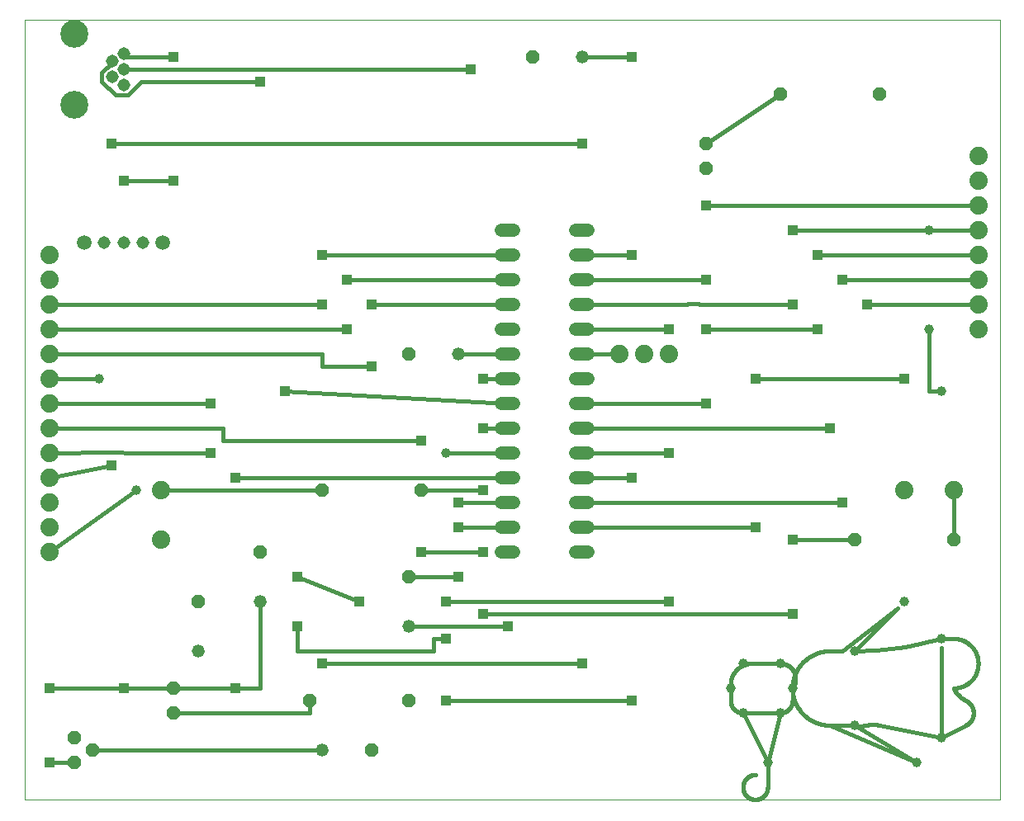
<source format=gtl>
G75*
%MOIN*%
%OFA0B0*%
%FSLAX25Y25*%
%IPPOS*%
%LPD*%
%AMOC8*
5,1,8,0,0,1.08239X$1,22.5*
%
%ADD10C,0.00000*%
%ADD11C,0.05200*%
%ADD12OC8,0.05200*%
%ADD13C,0.05150*%
%ADD14C,0.11220*%
%ADD15C,0.07400*%
%ADD16C,0.05200*%
%ADD17C,0.05937*%
%ADD18R,0.03962X0.03962*%
%ADD19C,0.01600*%
%ADD20C,0.03962*%
D10*
X0001800Y0027394D02*
X0001800Y0342355D01*
X0395501Y0342355D01*
X0395501Y0027394D01*
X0001800Y0027394D01*
D11*
X0071800Y0087394D03*
X0096800Y0107394D03*
X0156800Y0097394D03*
X0121800Y0047394D03*
X0176800Y0207394D03*
X0226800Y0327394D03*
D12*
X0206800Y0327394D03*
X0276800Y0292394D03*
X0276800Y0282394D03*
X0306800Y0312394D03*
X0346800Y0312394D03*
X0161800Y0152394D03*
X0156800Y0117394D03*
X0121800Y0152394D03*
X0096800Y0127394D03*
X0071800Y0107394D03*
X0061800Y0072394D03*
X0061800Y0062394D03*
X0029300Y0047394D03*
X0021800Y0042394D03*
X0021800Y0052394D03*
X0116800Y0067394D03*
X0141800Y0047394D03*
X0156800Y0067394D03*
X0156800Y0207394D03*
X0336800Y0132394D03*
X0376800Y0132394D03*
D13*
X0049674Y0252394D03*
X0041800Y0252394D03*
X0033926Y0252394D03*
X0041879Y0316095D03*
X0037154Y0319245D03*
X0041879Y0322394D03*
X0037154Y0325544D03*
X0041879Y0328693D03*
D14*
X0021800Y0336764D03*
X0021800Y0308024D03*
D15*
X0011800Y0247394D03*
X0011800Y0237394D03*
X0011800Y0227394D03*
X0011800Y0217394D03*
X0011800Y0207394D03*
X0011800Y0197394D03*
X0011800Y0187394D03*
X0011800Y0177394D03*
X0011800Y0167394D03*
X0011800Y0157394D03*
X0011800Y0147394D03*
X0011800Y0137394D03*
X0011800Y0127394D03*
X0056800Y0132394D03*
X0056800Y0152394D03*
X0241800Y0207394D03*
X0251800Y0207394D03*
X0261800Y0207394D03*
X0356800Y0152394D03*
X0376800Y0152394D03*
X0386800Y0217394D03*
X0386800Y0227394D03*
X0386800Y0237394D03*
X0386800Y0247394D03*
X0386800Y0257394D03*
X0386800Y0267394D03*
X0386800Y0277394D03*
X0386800Y0287394D03*
D16*
X0229400Y0257394D02*
X0224200Y0257394D01*
X0224200Y0247394D02*
X0229400Y0247394D01*
X0229400Y0237394D02*
X0224200Y0237394D01*
X0224200Y0227394D02*
X0229400Y0227394D01*
X0229400Y0217394D02*
X0224200Y0217394D01*
X0224200Y0207394D02*
X0229400Y0207394D01*
X0229400Y0197394D02*
X0224200Y0197394D01*
X0224200Y0187394D02*
X0229400Y0187394D01*
X0229400Y0177394D02*
X0224200Y0177394D01*
X0224200Y0167394D02*
X0229400Y0167394D01*
X0229400Y0157394D02*
X0224200Y0157394D01*
X0224200Y0147394D02*
X0229400Y0147394D01*
X0229400Y0137394D02*
X0224200Y0137394D01*
X0224200Y0127394D02*
X0229400Y0127394D01*
X0199400Y0127394D02*
X0194200Y0127394D01*
X0194200Y0137394D02*
X0199400Y0137394D01*
X0199400Y0147394D02*
X0194200Y0147394D01*
X0194200Y0157394D02*
X0199400Y0157394D01*
X0199400Y0167394D02*
X0194200Y0167394D01*
X0194200Y0177394D02*
X0199400Y0177394D01*
X0199400Y0187394D02*
X0194200Y0187394D01*
X0194200Y0197394D02*
X0199400Y0197394D01*
X0199400Y0207394D02*
X0194200Y0207394D01*
X0194200Y0217394D02*
X0199400Y0217394D01*
X0199400Y0227394D02*
X0194200Y0227394D01*
X0194200Y0237394D02*
X0199400Y0237394D01*
X0199400Y0247394D02*
X0194200Y0247394D01*
X0194200Y0257394D02*
X0199400Y0257394D01*
D17*
X0057548Y0252394D03*
X0026052Y0252394D03*
D18*
X0041800Y0277394D03*
X0036800Y0292394D03*
X0061800Y0277394D03*
X0096800Y0317394D03*
X0061800Y0327394D03*
X0121800Y0247394D03*
X0131800Y0237394D03*
X0141800Y0227394D03*
X0131800Y0217394D03*
X0121800Y0227394D03*
X0141800Y0202394D03*
X0161800Y0172394D03*
X0186800Y0177394D03*
X0186800Y0197394D03*
X0186800Y0152394D03*
X0176800Y0147394D03*
X0176800Y0137394D03*
X0186800Y0127394D03*
X0176800Y0117394D03*
X0171800Y0107394D03*
X0186800Y0102394D03*
X0196800Y0097394D03*
X0171800Y0092394D03*
X0171800Y0067394D03*
X0136800Y0107394D03*
X0111800Y0097394D03*
X0121800Y0082394D03*
X0086800Y0072394D03*
X0041800Y0072394D03*
X0011800Y0072394D03*
X0011800Y0042394D03*
X0111800Y0117394D03*
X0086800Y0157394D03*
X0076800Y0167394D03*
X0076800Y0187394D03*
X0106800Y0192394D03*
X0036800Y0162394D03*
X0161800Y0127394D03*
X0226800Y0082394D03*
X0246800Y0067394D03*
X0261800Y0107394D03*
X0296800Y0137394D03*
X0311800Y0132394D03*
X0331800Y0147394D03*
X0326800Y0177394D03*
X0296800Y0197394D03*
X0276800Y0187394D03*
X0261800Y0167394D03*
X0246800Y0157394D03*
X0311800Y0102394D03*
X0356800Y0197394D03*
X0341800Y0227394D03*
X0331800Y0237394D03*
X0321800Y0247394D03*
X0311800Y0257394D03*
X0311800Y0227394D03*
X0321800Y0217394D03*
X0276800Y0217394D03*
X0261800Y0217394D03*
X0276800Y0237394D03*
X0246800Y0247394D03*
X0276800Y0267394D03*
X0226800Y0292394D03*
X0246800Y0327394D03*
X0181800Y0322394D03*
D19*
X0041879Y0322394D01*
X0037154Y0325149D02*
X0032980Y0320974D01*
X0032980Y0317515D01*
X0038575Y0311920D01*
X0043608Y0311920D01*
X0049082Y0317394D01*
X0096800Y0317394D01*
X0061800Y0327394D02*
X0041879Y0327394D01*
X0041879Y0328693D01*
X0037154Y0325544D02*
X0037154Y0325149D01*
X0036800Y0292394D02*
X0226800Y0292394D01*
X0226800Y0327394D02*
X0246800Y0327394D01*
X0276800Y0292394D02*
X0306800Y0312394D01*
X0276800Y0267394D02*
X0386800Y0267394D01*
X0386800Y0257394D02*
X0366800Y0257394D01*
X0311800Y0257394D01*
X0321800Y0247394D02*
X0386800Y0247394D01*
X0386800Y0237394D02*
X0331800Y0237394D01*
X0341800Y0227394D02*
X0386800Y0227394D01*
X0366800Y0217394D02*
X0366800Y0192394D01*
X0371800Y0192394D01*
X0356800Y0197394D02*
X0296800Y0197394D01*
X0276800Y0187394D02*
X0226800Y0187394D01*
X0226800Y0177394D02*
X0326800Y0177394D01*
X0331800Y0147394D02*
X0226800Y0147394D01*
X0226800Y0137394D02*
X0296800Y0137394D01*
X0311800Y0132394D02*
X0336800Y0132394D01*
X0354268Y0104862D02*
X0331800Y0087394D01*
X0326800Y0087394D01*
X0336800Y0087394D02*
X0354268Y0104862D01*
X0371800Y0092394D02*
X0376800Y0092394D01*
X0371800Y0088813D02*
X0371800Y0052394D01*
X0381800Y0057394D01*
X0381932Y0057463D01*
X0382063Y0057535D01*
X0382192Y0057610D01*
X0382318Y0057689D01*
X0382443Y0057771D01*
X0382565Y0057857D01*
X0382685Y0057945D01*
X0382802Y0058037D01*
X0382917Y0058132D01*
X0383030Y0058230D01*
X0383139Y0058331D01*
X0383246Y0058435D01*
X0383351Y0058542D01*
X0383452Y0058651D01*
X0383550Y0058763D01*
X0383646Y0058878D01*
X0383738Y0058995D01*
X0383827Y0059115D01*
X0383913Y0059236D01*
X0383995Y0059361D01*
X0384075Y0059487D01*
X0384150Y0059615D01*
X0384223Y0059746D01*
X0384292Y0059878D01*
X0384357Y0060012D01*
X0384419Y0060148D01*
X0384477Y0060285D01*
X0384531Y0060424D01*
X0384582Y0060564D01*
X0384629Y0060706D01*
X0384672Y0060849D01*
X0384711Y0060992D01*
X0384747Y0061137D01*
X0384778Y0061283D01*
X0384806Y0061429D01*
X0384830Y0061577D01*
X0384850Y0061725D01*
X0384866Y0061873D01*
X0384878Y0062021D01*
X0384886Y0062170D01*
X0384890Y0062319D01*
X0384890Y0062469D01*
X0384886Y0062618D01*
X0384878Y0062767D01*
X0384866Y0062915D01*
X0384850Y0063063D01*
X0384830Y0063211D01*
X0384806Y0063359D01*
X0384778Y0063505D01*
X0384747Y0063651D01*
X0384711Y0063796D01*
X0384672Y0063939D01*
X0384629Y0064082D01*
X0384582Y0064224D01*
X0384531Y0064364D01*
X0384477Y0064503D01*
X0384419Y0064640D01*
X0384357Y0064776D01*
X0384292Y0064910D01*
X0384223Y0065042D01*
X0384150Y0065173D01*
X0384075Y0065301D01*
X0383995Y0065427D01*
X0383913Y0065552D01*
X0383827Y0065673D01*
X0383738Y0065793D01*
X0383646Y0065910D01*
X0383550Y0066025D01*
X0383452Y0066137D01*
X0383351Y0066246D01*
X0383246Y0066353D01*
X0383139Y0066457D01*
X0383030Y0066558D01*
X0382917Y0066656D01*
X0382802Y0066751D01*
X0382685Y0066843D01*
X0382565Y0066931D01*
X0382443Y0067017D01*
X0382318Y0067099D01*
X0382192Y0067178D01*
X0382063Y0067253D01*
X0381932Y0067325D01*
X0381800Y0067394D01*
X0381563Y0067516D01*
X0381329Y0067644D01*
X0381099Y0067777D01*
X0380871Y0067916D01*
X0380647Y0068060D01*
X0380426Y0068209D01*
X0380209Y0068363D01*
X0379996Y0068523D01*
X0379786Y0068688D01*
X0379581Y0068857D01*
X0379379Y0069032D01*
X0379182Y0069211D01*
X0378989Y0069395D01*
X0378801Y0069583D01*
X0378617Y0069776D01*
X0378438Y0069973D01*
X0378263Y0070175D01*
X0378094Y0070380D01*
X0377929Y0070590D01*
X0377769Y0070803D01*
X0377615Y0071020D01*
X0377466Y0071241D01*
X0377322Y0071465D01*
X0377183Y0071693D01*
X0377050Y0071923D01*
X0376922Y0072157D01*
X0376800Y0072394D01*
X0377044Y0072397D01*
X0377287Y0072406D01*
X0377530Y0072421D01*
X0377773Y0072441D01*
X0378015Y0072468D01*
X0378256Y0072501D01*
X0378496Y0072539D01*
X0378736Y0072583D01*
X0378974Y0072633D01*
X0379211Y0072689D01*
X0379447Y0072751D01*
X0379681Y0072818D01*
X0379913Y0072891D01*
X0380144Y0072970D01*
X0380372Y0073054D01*
X0380599Y0073144D01*
X0380823Y0073239D01*
X0381045Y0073340D01*
X0381264Y0073446D01*
X0381480Y0073557D01*
X0381694Y0073674D01*
X0381905Y0073795D01*
X0382113Y0073922D01*
X0382318Y0074054D01*
X0382519Y0074191D01*
X0382717Y0074333D01*
X0382912Y0074479D01*
X0383103Y0074630D01*
X0383290Y0074786D01*
X0383473Y0074946D01*
X0383653Y0075111D01*
X0383828Y0075280D01*
X0383999Y0075453D01*
X0384166Y0075631D01*
X0384328Y0075812D01*
X0384486Y0075997D01*
X0384640Y0076186D01*
X0384789Y0076379D01*
X0384933Y0076575D01*
X0385072Y0076775D01*
X0385207Y0076978D01*
X0385336Y0077185D01*
X0385460Y0077394D01*
X0385579Y0077606D01*
X0385693Y0077822D01*
X0385802Y0078039D01*
X0385905Y0078260D01*
X0386003Y0078483D01*
X0386096Y0078708D01*
X0386183Y0078936D01*
X0386264Y0079165D01*
X0386340Y0079397D01*
X0386410Y0079630D01*
X0386475Y0079865D01*
X0386534Y0080101D01*
X0386587Y0080339D01*
X0386634Y0080578D01*
X0386675Y0080818D01*
X0386710Y0081059D01*
X0386740Y0081300D01*
X0386764Y0081543D01*
X0386781Y0081786D01*
X0386793Y0082029D01*
X0386799Y0082272D01*
X0386799Y0082516D01*
X0386793Y0082759D01*
X0386781Y0083002D01*
X0386764Y0083245D01*
X0386740Y0083488D01*
X0386710Y0083729D01*
X0386675Y0083970D01*
X0386634Y0084210D01*
X0386587Y0084449D01*
X0386534Y0084687D01*
X0386475Y0084923D01*
X0386410Y0085158D01*
X0386340Y0085391D01*
X0386264Y0085623D01*
X0386183Y0085852D01*
X0386096Y0086080D01*
X0386003Y0086305D01*
X0385905Y0086528D01*
X0385802Y0086749D01*
X0385693Y0086966D01*
X0385579Y0087182D01*
X0385460Y0087394D01*
X0385336Y0087603D01*
X0385207Y0087810D01*
X0385072Y0088013D01*
X0384933Y0088213D01*
X0384789Y0088409D01*
X0384640Y0088602D01*
X0384486Y0088791D01*
X0384328Y0088976D01*
X0384166Y0089157D01*
X0383999Y0089335D01*
X0383828Y0089508D01*
X0383653Y0089677D01*
X0383473Y0089842D01*
X0383290Y0090002D01*
X0383103Y0090158D01*
X0382912Y0090309D01*
X0382717Y0090455D01*
X0382519Y0090597D01*
X0382318Y0090734D01*
X0382113Y0090866D01*
X0381905Y0090993D01*
X0381694Y0091114D01*
X0381480Y0091231D01*
X0381264Y0091342D01*
X0381045Y0091448D01*
X0380823Y0091549D01*
X0380599Y0091644D01*
X0380372Y0091734D01*
X0380144Y0091818D01*
X0379913Y0091897D01*
X0379681Y0091970D01*
X0379447Y0092037D01*
X0379211Y0092099D01*
X0378974Y0092155D01*
X0378736Y0092205D01*
X0378496Y0092249D01*
X0378256Y0092287D01*
X0378015Y0092320D01*
X0377773Y0092347D01*
X0377530Y0092367D01*
X0377287Y0092382D01*
X0377044Y0092391D01*
X0376800Y0092394D01*
X0341800Y0057394D02*
X0341509Y0057339D01*
X0341217Y0057291D01*
X0340924Y0057250D01*
X0340630Y0057216D01*
X0340335Y0057188D01*
X0340040Y0057167D01*
X0339744Y0057154D01*
X0339448Y0057147D01*
X0339152Y0057147D01*
X0338856Y0057154D01*
X0338560Y0057167D01*
X0338265Y0057188D01*
X0337970Y0057216D01*
X0337676Y0057250D01*
X0337383Y0057291D01*
X0337091Y0057339D01*
X0336800Y0057394D01*
X0361800Y0042394D01*
X0326800Y0057394D01*
X0336800Y0057394D01*
X0346800Y0057394D02*
X0371800Y0052394D01*
X0346800Y0057394D02*
X0346509Y0057449D01*
X0346217Y0057497D01*
X0345924Y0057538D01*
X0345630Y0057572D01*
X0345335Y0057600D01*
X0345040Y0057621D01*
X0344744Y0057634D01*
X0344448Y0057641D01*
X0344152Y0057641D01*
X0343856Y0057634D01*
X0343560Y0057621D01*
X0343265Y0057600D01*
X0342970Y0057572D01*
X0342676Y0057538D01*
X0342383Y0057497D01*
X0342091Y0057449D01*
X0341800Y0057394D01*
X0326800Y0087394D02*
X0326438Y0087390D01*
X0326075Y0087376D01*
X0325713Y0087355D01*
X0325352Y0087324D01*
X0324992Y0087285D01*
X0324633Y0087237D01*
X0324275Y0087180D01*
X0323918Y0087115D01*
X0323563Y0087041D01*
X0323210Y0086958D01*
X0322859Y0086867D01*
X0322511Y0086768D01*
X0322165Y0086660D01*
X0321821Y0086544D01*
X0321481Y0086419D01*
X0321144Y0086287D01*
X0320810Y0086146D01*
X0320479Y0085997D01*
X0320152Y0085840D01*
X0319829Y0085676D01*
X0319510Y0085504D01*
X0319196Y0085324D01*
X0318885Y0085136D01*
X0318580Y0084941D01*
X0318279Y0084739D01*
X0317983Y0084529D01*
X0317693Y0084313D01*
X0317407Y0084089D01*
X0317127Y0083859D01*
X0316853Y0083622D01*
X0316585Y0083378D01*
X0316322Y0083128D01*
X0316066Y0082872D01*
X0315816Y0082609D01*
X0315572Y0082341D01*
X0315335Y0082067D01*
X0315105Y0081787D01*
X0314881Y0081501D01*
X0314665Y0081211D01*
X0314455Y0080915D01*
X0314253Y0080614D01*
X0314058Y0080309D01*
X0313870Y0079998D01*
X0313690Y0079684D01*
X0313518Y0079365D01*
X0313354Y0079042D01*
X0313197Y0078715D01*
X0313048Y0078384D01*
X0312907Y0078050D01*
X0312775Y0077713D01*
X0312650Y0077373D01*
X0312534Y0077029D01*
X0312426Y0076683D01*
X0312327Y0076335D01*
X0312236Y0075984D01*
X0312153Y0075631D01*
X0312079Y0075276D01*
X0312014Y0074919D01*
X0311957Y0074561D01*
X0311909Y0074202D01*
X0311870Y0073842D01*
X0311839Y0073481D01*
X0311818Y0073119D01*
X0311804Y0072756D01*
X0311800Y0072394D01*
X0311800Y0067394D01*
X0311798Y0067254D01*
X0311792Y0067114D01*
X0311782Y0066974D01*
X0311769Y0066834D01*
X0311751Y0066695D01*
X0311729Y0066556D01*
X0311704Y0066419D01*
X0311675Y0066281D01*
X0311642Y0066145D01*
X0311605Y0066010D01*
X0311564Y0065876D01*
X0311519Y0065743D01*
X0311471Y0065611D01*
X0311419Y0065481D01*
X0311364Y0065352D01*
X0311305Y0065225D01*
X0311242Y0065099D01*
X0311176Y0064975D01*
X0311107Y0064854D01*
X0311034Y0064734D01*
X0310957Y0064616D01*
X0310878Y0064501D01*
X0310795Y0064387D01*
X0310709Y0064277D01*
X0310620Y0064168D01*
X0310528Y0064062D01*
X0310433Y0063959D01*
X0310336Y0063858D01*
X0310235Y0063761D01*
X0310132Y0063666D01*
X0310026Y0063574D01*
X0309917Y0063485D01*
X0309807Y0063399D01*
X0309693Y0063316D01*
X0309578Y0063237D01*
X0309460Y0063160D01*
X0309340Y0063087D01*
X0309219Y0063018D01*
X0309095Y0062952D01*
X0308969Y0062889D01*
X0308842Y0062830D01*
X0308713Y0062775D01*
X0308583Y0062723D01*
X0308451Y0062675D01*
X0308318Y0062630D01*
X0308184Y0062589D01*
X0308049Y0062552D01*
X0307913Y0062519D01*
X0307775Y0062490D01*
X0307638Y0062465D01*
X0307499Y0062443D01*
X0307360Y0062425D01*
X0307220Y0062412D01*
X0307080Y0062402D01*
X0306940Y0062396D01*
X0306800Y0062394D01*
X0301800Y0042394D01*
X0301800Y0032394D01*
X0301798Y0032254D01*
X0301792Y0032114D01*
X0301782Y0031974D01*
X0301769Y0031834D01*
X0301751Y0031695D01*
X0301729Y0031556D01*
X0301704Y0031419D01*
X0301675Y0031281D01*
X0301642Y0031145D01*
X0301605Y0031010D01*
X0301564Y0030876D01*
X0301519Y0030743D01*
X0301471Y0030611D01*
X0301419Y0030481D01*
X0301364Y0030352D01*
X0301305Y0030225D01*
X0301242Y0030099D01*
X0301176Y0029975D01*
X0301107Y0029854D01*
X0301034Y0029734D01*
X0300957Y0029616D01*
X0300878Y0029501D01*
X0300795Y0029387D01*
X0300709Y0029277D01*
X0300620Y0029168D01*
X0300528Y0029062D01*
X0300433Y0028959D01*
X0300336Y0028858D01*
X0300235Y0028761D01*
X0300132Y0028666D01*
X0300026Y0028574D01*
X0299917Y0028485D01*
X0299807Y0028399D01*
X0299693Y0028316D01*
X0299578Y0028237D01*
X0299460Y0028160D01*
X0299340Y0028087D01*
X0299219Y0028018D01*
X0299095Y0027952D01*
X0298969Y0027889D01*
X0298842Y0027830D01*
X0298713Y0027775D01*
X0298583Y0027723D01*
X0298451Y0027675D01*
X0298318Y0027630D01*
X0298184Y0027589D01*
X0298049Y0027552D01*
X0297913Y0027519D01*
X0297775Y0027490D01*
X0297638Y0027465D01*
X0297499Y0027443D01*
X0297360Y0027425D01*
X0297220Y0027412D01*
X0297080Y0027402D01*
X0296940Y0027396D01*
X0296800Y0027394D01*
X0296660Y0027396D01*
X0296520Y0027402D01*
X0296380Y0027412D01*
X0296240Y0027425D01*
X0296101Y0027443D01*
X0295962Y0027465D01*
X0295825Y0027490D01*
X0295687Y0027519D01*
X0295551Y0027552D01*
X0295416Y0027589D01*
X0295282Y0027630D01*
X0295149Y0027675D01*
X0295017Y0027723D01*
X0294887Y0027775D01*
X0294758Y0027830D01*
X0294631Y0027889D01*
X0294505Y0027952D01*
X0294381Y0028018D01*
X0294260Y0028087D01*
X0294140Y0028160D01*
X0294022Y0028237D01*
X0293907Y0028316D01*
X0293793Y0028399D01*
X0293683Y0028485D01*
X0293574Y0028574D01*
X0293468Y0028666D01*
X0293365Y0028761D01*
X0293264Y0028858D01*
X0293167Y0028959D01*
X0293072Y0029062D01*
X0292980Y0029168D01*
X0292891Y0029277D01*
X0292805Y0029387D01*
X0292722Y0029501D01*
X0292643Y0029616D01*
X0292566Y0029734D01*
X0292493Y0029854D01*
X0292424Y0029975D01*
X0292358Y0030099D01*
X0292295Y0030225D01*
X0292236Y0030352D01*
X0292181Y0030481D01*
X0292129Y0030611D01*
X0292081Y0030743D01*
X0292036Y0030876D01*
X0291995Y0031010D01*
X0291958Y0031145D01*
X0291925Y0031281D01*
X0291896Y0031419D01*
X0291871Y0031556D01*
X0291849Y0031695D01*
X0291831Y0031834D01*
X0291818Y0031974D01*
X0291808Y0032114D01*
X0291802Y0032254D01*
X0291800Y0032394D01*
X0291802Y0032534D01*
X0291808Y0032674D01*
X0291818Y0032814D01*
X0291831Y0032954D01*
X0291849Y0033093D01*
X0291871Y0033232D01*
X0291896Y0033369D01*
X0291925Y0033507D01*
X0291958Y0033643D01*
X0291995Y0033778D01*
X0292036Y0033912D01*
X0292081Y0034045D01*
X0292129Y0034177D01*
X0292181Y0034307D01*
X0292236Y0034436D01*
X0292295Y0034563D01*
X0292358Y0034689D01*
X0292424Y0034813D01*
X0292493Y0034934D01*
X0292566Y0035054D01*
X0292643Y0035172D01*
X0292722Y0035287D01*
X0292805Y0035401D01*
X0292891Y0035511D01*
X0292980Y0035620D01*
X0293072Y0035726D01*
X0293167Y0035829D01*
X0293264Y0035930D01*
X0293365Y0036027D01*
X0293468Y0036122D01*
X0293574Y0036214D01*
X0293683Y0036303D01*
X0293793Y0036389D01*
X0293907Y0036472D01*
X0294022Y0036551D01*
X0294140Y0036628D01*
X0294260Y0036701D01*
X0294381Y0036770D01*
X0294505Y0036836D01*
X0294631Y0036899D01*
X0294758Y0036958D01*
X0294887Y0037013D01*
X0295017Y0037065D01*
X0295149Y0037113D01*
X0295282Y0037158D01*
X0295416Y0037199D01*
X0295551Y0037236D01*
X0295687Y0037269D01*
X0295825Y0037298D01*
X0295962Y0037323D01*
X0296101Y0037345D01*
X0296240Y0037363D01*
X0296380Y0037376D01*
X0296520Y0037386D01*
X0296660Y0037392D01*
X0296800Y0037394D01*
X0301800Y0042394D02*
X0291800Y0062394D01*
X0306800Y0062394D01*
X0291800Y0062394D02*
X0291660Y0062396D01*
X0291520Y0062402D01*
X0291380Y0062412D01*
X0291240Y0062425D01*
X0291101Y0062443D01*
X0290962Y0062465D01*
X0290825Y0062490D01*
X0290687Y0062519D01*
X0290551Y0062552D01*
X0290416Y0062589D01*
X0290282Y0062630D01*
X0290149Y0062675D01*
X0290017Y0062723D01*
X0289887Y0062775D01*
X0289758Y0062830D01*
X0289631Y0062889D01*
X0289505Y0062952D01*
X0289381Y0063018D01*
X0289260Y0063087D01*
X0289140Y0063160D01*
X0289022Y0063237D01*
X0288907Y0063316D01*
X0288793Y0063399D01*
X0288683Y0063485D01*
X0288574Y0063574D01*
X0288468Y0063666D01*
X0288365Y0063761D01*
X0288264Y0063858D01*
X0288167Y0063959D01*
X0288072Y0064062D01*
X0287980Y0064168D01*
X0287891Y0064277D01*
X0287805Y0064387D01*
X0287722Y0064501D01*
X0287643Y0064616D01*
X0287566Y0064734D01*
X0287493Y0064854D01*
X0287424Y0064975D01*
X0287358Y0065099D01*
X0287295Y0065225D01*
X0287236Y0065352D01*
X0287181Y0065481D01*
X0287129Y0065611D01*
X0287081Y0065743D01*
X0287036Y0065876D01*
X0286995Y0066010D01*
X0286958Y0066145D01*
X0286925Y0066281D01*
X0286896Y0066419D01*
X0286871Y0066556D01*
X0286849Y0066695D01*
X0286831Y0066834D01*
X0286818Y0066974D01*
X0286808Y0067114D01*
X0286802Y0067254D01*
X0286800Y0067394D01*
X0286800Y0072394D01*
X0286800Y0073813D01*
X0286803Y0074020D01*
X0286810Y0074228D01*
X0286823Y0074435D01*
X0286840Y0074641D01*
X0286863Y0074847D01*
X0286890Y0075053D01*
X0286922Y0075258D01*
X0286960Y0075462D01*
X0287002Y0075665D01*
X0287049Y0075867D01*
X0287101Y0076067D01*
X0287158Y0076267D01*
X0287220Y0076465D01*
X0287286Y0076661D01*
X0287358Y0076856D01*
X0287433Y0077049D01*
X0287514Y0077240D01*
X0287599Y0077429D01*
X0287689Y0077616D01*
X0287783Y0077801D01*
X0287881Y0077983D01*
X0287984Y0078163D01*
X0288092Y0078341D01*
X0288203Y0078515D01*
X0288319Y0078688D01*
X0288439Y0078857D01*
X0288563Y0079023D01*
X0288691Y0079186D01*
X0288822Y0079346D01*
X0288958Y0079503D01*
X0289097Y0079657D01*
X0289240Y0079807D01*
X0289387Y0079954D01*
X0289537Y0080097D01*
X0289691Y0080236D01*
X0289848Y0080372D01*
X0290008Y0080503D01*
X0290171Y0080631D01*
X0290337Y0080755D01*
X0290506Y0080875D01*
X0290679Y0080991D01*
X0290853Y0081102D01*
X0291031Y0081210D01*
X0291211Y0081313D01*
X0291393Y0081411D01*
X0291578Y0081505D01*
X0291765Y0081595D01*
X0291954Y0081680D01*
X0292145Y0081761D01*
X0292338Y0081836D01*
X0292533Y0081908D01*
X0292729Y0081974D01*
X0292927Y0082036D01*
X0293127Y0082093D01*
X0293327Y0082145D01*
X0293529Y0082192D01*
X0293732Y0082234D01*
X0293936Y0082272D01*
X0294141Y0082304D01*
X0294347Y0082331D01*
X0294553Y0082354D01*
X0294759Y0082371D01*
X0294966Y0082384D01*
X0295174Y0082391D01*
X0295381Y0082394D01*
X0306800Y0082394D01*
X0306957Y0082392D01*
X0307114Y0082386D01*
X0307271Y0082376D01*
X0307428Y0082362D01*
X0307584Y0082345D01*
X0307740Y0082323D01*
X0307895Y0082297D01*
X0308050Y0082268D01*
X0308203Y0082234D01*
X0308356Y0082197D01*
X0308508Y0082156D01*
X0308659Y0082111D01*
X0308808Y0082063D01*
X0308956Y0082010D01*
X0309103Y0081954D01*
X0309249Y0081894D01*
X0309393Y0081831D01*
X0309535Y0081764D01*
X0309676Y0081693D01*
X0309814Y0081619D01*
X0309951Y0081542D01*
X0310086Y0081461D01*
X0310219Y0081376D01*
X0310349Y0081289D01*
X0310477Y0081198D01*
X0310603Y0081104D01*
X0310727Y0081006D01*
X0310848Y0080906D01*
X0310967Y0080803D01*
X0311082Y0080696D01*
X0311196Y0080587D01*
X0311306Y0080475D01*
X0311414Y0080360D01*
X0311518Y0080243D01*
X0311620Y0080123D01*
X0311718Y0080000D01*
X0311814Y0079875D01*
X0311906Y0079748D01*
X0311995Y0079618D01*
X0312081Y0079487D01*
X0312163Y0079353D01*
X0312242Y0079217D01*
X0312318Y0079079D01*
X0312390Y0078939D01*
X0312459Y0078798D01*
X0312524Y0078654D01*
X0312585Y0078510D01*
X0312643Y0078363D01*
X0312697Y0078216D01*
X0312747Y0078067D01*
X0312793Y0077916D01*
X0312836Y0077765D01*
X0312875Y0077613D01*
X0312910Y0077459D01*
X0312941Y0077305D01*
X0312968Y0077150D01*
X0312992Y0076995D01*
X0313011Y0076839D01*
X0313027Y0076682D01*
X0313038Y0076525D01*
X0313046Y0076368D01*
X0313050Y0076211D01*
X0313049Y0076054D01*
X0313045Y0075897D01*
X0313037Y0075740D01*
X0313025Y0075583D01*
X0313009Y0075426D01*
X0312989Y0075270D01*
X0312965Y0075115D01*
X0312937Y0074960D01*
X0312905Y0074806D01*
X0312870Y0074653D01*
X0312830Y0074501D01*
X0312787Y0074349D01*
X0312740Y0074199D01*
X0312689Y0074051D01*
X0312634Y0073903D01*
X0312576Y0073757D01*
X0312514Y0073612D01*
X0312449Y0073469D01*
X0312380Y0073328D01*
X0312307Y0073189D01*
X0312231Y0073051D01*
X0312151Y0072915D01*
X0312069Y0072782D01*
X0311982Y0072650D01*
X0311893Y0072521D01*
X0311800Y0072394D01*
X0311804Y0072032D01*
X0311818Y0071669D01*
X0311839Y0071307D01*
X0311870Y0070946D01*
X0311909Y0070586D01*
X0311957Y0070227D01*
X0312014Y0069869D01*
X0312079Y0069512D01*
X0312153Y0069157D01*
X0312236Y0068804D01*
X0312327Y0068453D01*
X0312426Y0068105D01*
X0312534Y0067759D01*
X0312650Y0067415D01*
X0312775Y0067075D01*
X0312907Y0066738D01*
X0313048Y0066404D01*
X0313197Y0066073D01*
X0313354Y0065746D01*
X0313518Y0065423D01*
X0313690Y0065104D01*
X0313870Y0064790D01*
X0314058Y0064479D01*
X0314253Y0064174D01*
X0314455Y0063873D01*
X0314665Y0063577D01*
X0314881Y0063287D01*
X0315105Y0063001D01*
X0315335Y0062721D01*
X0315572Y0062447D01*
X0315816Y0062179D01*
X0316066Y0061916D01*
X0316322Y0061660D01*
X0316585Y0061410D01*
X0316853Y0061166D01*
X0317127Y0060929D01*
X0317407Y0060699D01*
X0317693Y0060475D01*
X0317983Y0060259D01*
X0318279Y0060049D01*
X0318580Y0059847D01*
X0318885Y0059652D01*
X0319196Y0059464D01*
X0319510Y0059284D01*
X0319829Y0059112D01*
X0320152Y0058948D01*
X0320479Y0058791D01*
X0320810Y0058642D01*
X0321144Y0058501D01*
X0321481Y0058369D01*
X0321821Y0058244D01*
X0322165Y0058128D01*
X0322511Y0058020D01*
X0322859Y0057921D01*
X0323210Y0057830D01*
X0323563Y0057747D01*
X0323918Y0057673D01*
X0324275Y0057608D01*
X0324633Y0057551D01*
X0324992Y0057503D01*
X0325352Y0057464D01*
X0325713Y0057433D01*
X0326075Y0057412D01*
X0326438Y0057398D01*
X0326800Y0057394D01*
X0311800Y0102394D02*
X0186800Y0102394D01*
X0196800Y0097394D02*
X0156800Y0097394D01*
X0166800Y0092394D02*
X0166800Y0087394D01*
X0111800Y0087394D01*
X0111800Y0097394D01*
X0096800Y0107394D02*
X0096800Y0072394D01*
X0086800Y0072394D01*
X0061800Y0072394D01*
X0041800Y0072394D01*
X0011800Y0072394D01*
X0029300Y0047394D02*
X0121800Y0047394D01*
X0116800Y0062394D02*
X0116800Y0067394D01*
X0116800Y0062394D02*
X0061800Y0062394D01*
X0021800Y0042394D02*
X0011800Y0042394D01*
X0011800Y0127394D02*
X0046800Y0152394D01*
X0056800Y0152394D02*
X0121800Y0152394D01*
X0086800Y0157394D02*
X0196800Y0157394D01*
X0196800Y0147394D02*
X0176800Y0147394D01*
X0186800Y0152394D02*
X0161800Y0152394D01*
X0171800Y0167394D02*
X0196800Y0167394D01*
X0196800Y0177394D02*
X0186800Y0177394D01*
X0196800Y0187394D02*
X0106800Y0192394D01*
X0121800Y0202394D02*
X0141800Y0202394D01*
X0131800Y0217394D02*
X0011800Y0217394D01*
X0011800Y0207394D02*
X0121800Y0207394D01*
X0121800Y0202394D01*
X0121800Y0227394D02*
X0011800Y0227394D01*
X0011800Y0197394D02*
X0031800Y0197394D01*
X0011800Y0187394D02*
X0076800Y0187394D01*
X0081800Y0177394D02*
X0011800Y0177394D01*
X0011800Y0167394D02*
X0036800Y0167694D01*
X0046500Y0167394D01*
X0076800Y0167394D01*
X0081800Y0172394D02*
X0081800Y0177394D01*
X0081800Y0172394D02*
X0161800Y0172394D01*
X0186800Y0197394D02*
X0196800Y0197394D01*
X0196800Y0207394D02*
X0176800Y0207394D01*
X0196800Y0227394D02*
X0141800Y0227394D01*
X0131800Y0237394D02*
X0196800Y0237394D01*
X0196800Y0247394D02*
X0121800Y0247394D01*
X0061800Y0277394D02*
X0041800Y0277394D01*
X0036800Y0162394D02*
X0011800Y0157394D01*
X0111800Y0117394D02*
X0136800Y0107394D01*
X0156800Y0117394D02*
X0176800Y0117394D01*
X0171800Y0107394D02*
X0261800Y0107394D01*
X0226800Y0082394D02*
X0121800Y0082394D01*
X0166800Y0092394D02*
X0171800Y0092394D01*
X0171800Y0067394D02*
X0246800Y0067394D01*
X0186800Y0127394D02*
X0161800Y0127394D01*
X0176800Y0137394D02*
X0196800Y0137394D01*
X0226800Y0157394D02*
X0246800Y0157394D01*
X0261800Y0167394D02*
X0226800Y0167394D01*
X0226800Y0207394D02*
X0241800Y0207394D01*
X0226800Y0217394D02*
X0261800Y0217394D01*
X0269305Y0227394D02*
X0226800Y0227394D01*
X0231800Y0237394D02*
X0276800Y0237394D01*
X0273995Y0227694D02*
X0269605Y0227694D01*
X0269305Y0227394D01*
X0273995Y0227694D02*
X0274295Y0227394D01*
X0311800Y0227394D01*
X0321800Y0217394D02*
X0276800Y0217394D01*
X0246800Y0247394D02*
X0226800Y0247394D01*
X0336800Y0087394D02*
X0339756Y0087429D01*
X0342710Y0087534D01*
X0345661Y0087708D01*
X0348607Y0087953D01*
X0351547Y0088267D01*
X0354478Y0088650D01*
X0357399Y0089103D01*
X0360309Y0089625D01*
X0363205Y0090215D01*
X0366087Y0090873D01*
X0368953Y0091600D01*
X0371800Y0092394D01*
X0376800Y0132394D02*
X0376800Y0152394D01*
D20*
X0371800Y0192394D03*
X0366800Y0217394D03*
X0366800Y0257394D03*
X0356800Y0107394D03*
X0371800Y0092394D03*
X0336800Y0087394D03*
X0311800Y0072394D03*
X0306800Y0082394D03*
X0291800Y0082394D03*
X0286800Y0072394D03*
X0291800Y0062394D03*
X0306800Y0062394D03*
X0301800Y0042394D03*
X0336800Y0057394D03*
X0361800Y0042394D03*
X0371800Y0052394D03*
X0171800Y0167394D03*
X0046800Y0152394D03*
X0031800Y0197394D03*
M02*

</source>
